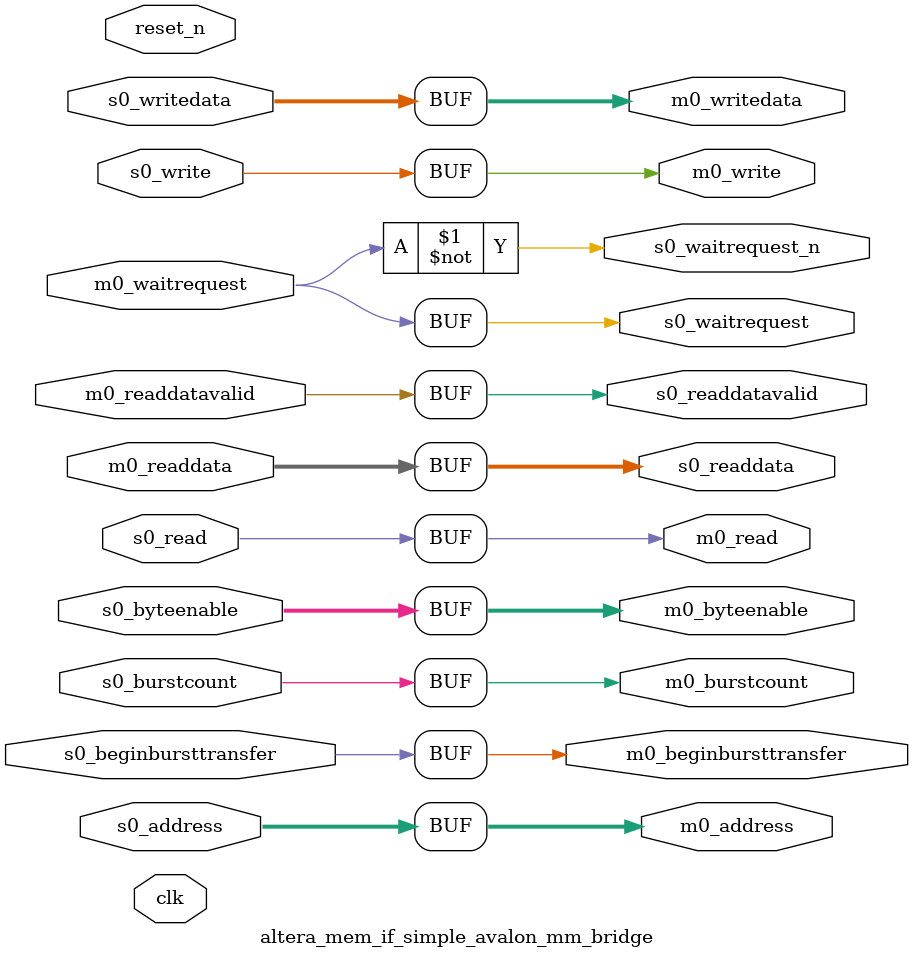
<source format=sv>




`timescale 1ps/1ps

module altera_mem_if_simple_avalon_mm_bridge (
	clk,
	reset_n,
	s0_address,
	s0_read,
	s0_readdata,
	s0_write,
	s0_writedata,
	s0_waitrequest,
	s0_waitrequest_n,
	s0_byteenable,
	s0_beginbursttransfer,
	s0_burstcount,
	s0_readdatavalid,
	m0_address,
	m0_read,
	m0_readdata,
	m0_write,
	m0_writedata,
	m0_waitrequest,
	m0_byteenable,
	m0_beginbursttransfer,
	m0_burstcount,
	m0_readdatavalid
);

    parameter DATA_WIDTH    = 32;
    parameter MASTER_DATA_WIDTH    = 32;
    parameter SLAVE_DATA_WIDTH    = 32;
    parameter SYMBOL_WIDTH  = 8;
	parameter ADDRESS_WIDTH = 10;
	parameter BURSTCOUNT_WIDTH = 1;
	parameter MASTER_ADDRESS_WIDTH = 10;
	parameter SLAVE_ADDRESS_WIDTH = 10;
	parameter WORKAROUND_HARD_PHY_ISSUE = 0;

	localparam USE_DIFFERENT_MASTER_SLAVE_ADDR = (MASTER_ADDRESS_WIDTH != SLAVE_ADDRESS_WIDTH ? 1 : 0);
	localparam S0_ADDR_WIDTH = (USE_DIFFERENT_MASTER_SLAVE_ADDR ? SLAVE_ADDRESS_WIDTH : ADDRESS_WIDTH);
	localparam M0_ADDR_WIDTH = (USE_DIFFERENT_MASTER_SLAVE_ADDR ? MASTER_ADDRESS_WIDTH : ADDRESS_WIDTH);
	localparam USE_DIFFERENT_MASTER_SLAVE_DATA = (MASTER_DATA_WIDTH != SLAVE_DATA_WIDTH ? 1 : 0);
	localparam S0_DATA_WIDTH = (USE_DIFFERENT_MASTER_SLAVE_DATA ? SLAVE_DATA_WIDTH : DATA_WIDTH);
	localparam M0_DATA_WIDTH = (USE_DIFFERENT_MASTER_SLAVE_DATA ? MASTER_DATA_WIDTH : DATA_WIDTH);
    localparam S0_BYTEEN_WIDTH = S0_DATA_WIDTH / SYMBOL_WIDTH;
    localparam M0_BYTEEN_WIDTH = M0_DATA_WIDTH / SYMBOL_WIDTH;

	input clk;
	input reset_n;

	input  [S0_ADDR_WIDTH-1:0]  s0_address;
	input                       s0_read;
	output [S0_DATA_WIDTH-1:0]     s0_readdata;
	input                       s0_write;
	input  [S0_DATA_WIDTH-1:0]     s0_writedata;
	output                      s0_waitrequest;
	output                      s0_waitrequest_n;
	input  [S0_BYTEEN_WIDTH-1:0]   s0_byteenable;
	output                      s0_readdatavalid;
	input [BURSTCOUNT_WIDTH-1:0] s0_burstcount;
	input 						 s0_beginbursttransfer;

	output [M0_ADDR_WIDTH-1:0]  m0_address;
	output                      m0_read;
	input  [M0_DATA_WIDTH-1:0]     m0_readdata;
	output                      m0_write;
	output [M0_DATA_WIDTH-1:0]     m0_writedata;
	input                       m0_waitrequest;
	output [M0_BYTEEN_WIDTH-1:0]   m0_byteenable;
	input                       m0_readdatavalid;
	output [BURSTCOUNT_WIDTH-1:0] m0_burstcount;
	output 					  m0_beginbursttransfer;

	generate
		if (WORKAROUND_HARD_PHY_ISSUE)
		begin
			reg waitrequest_r = 0;
			reg read_r = 0;

			always @(posedge clk)
			begin
				waitrequest_r <= s0_waitrequest;
				read_r <= s0_read;
			end

			assign m0_read = read_r & s0_read;
			assign s0_waitrequest = m0_waitrequest | (s0_read & ~waitrequest_r);
			assign s0_waitrequest_n = ~s0_waitrequest;
		end
		else
		begin
			assign m0_read = s0_read;
			assign s0_waitrequest = m0_waitrequest;
			assign s0_waitrequest_n = ~s0_waitrequest;
		end
	endgenerate

	assign m0_address = (M0_ADDR_WIDTH > S0_ADDR_WIDTH) ? { { (M0_ADDR_WIDTH - S0_ADDR_WIDTH) {1'b0} }, s0_address} : s0_address;
	assign s0_readdata = m0_readdata;
	assign m0_write = s0_write;
	assign m0_writedata = s0_writedata;
	assign m0_byteenable = s0_byteenable;
	assign s0_readdatavalid = m0_readdatavalid;
	assign m0_beginbursttransfer = s0_beginbursttransfer;
	assign m0_burstcount = s0_burstcount;

endmodule

</source>
